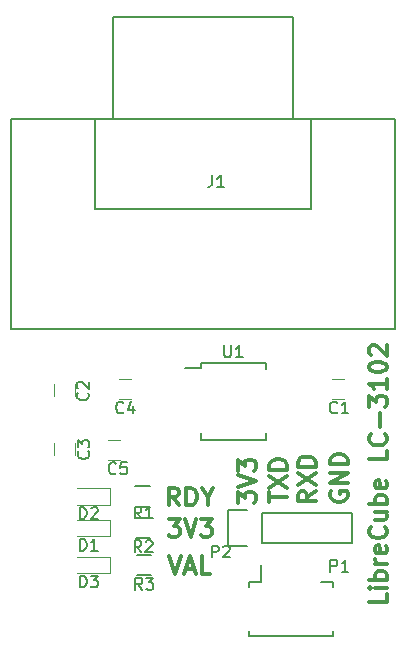
<source format=gbr>
G04 #@! TF.FileFunction,Legend,Top*
%FSLAX46Y46*%
G04 Gerber Fmt 4.6, Leading zero omitted, Abs format (unit mm)*
G04 Created by KiCad (PCBNEW 4.0.5) date 01/20/17 14:33:55*
%MOMM*%
%LPD*%
G01*
G04 APERTURE LIST*
%ADD10C,0.100000*%
%ADD11C,0.300000*%
%ADD12C,0.150000*%
%ADD13C,0.120000*%
G04 APERTURE END LIST*
D10*
D11*
X160095500Y-95249857D02*
X160024071Y-95392714D01*
X160024071Y-95607000D01*
X160095500Y-95821285D01*
X160238357Y-95964143D01*
X160381214Y-96035571D01*
X160666929Y-96107000D01*
X160881214Y-96107000D01*
X161166929Y-96035571D01*
X161309786Y-95964143D01*
X161452643Y-95821285D01*
X161524071Y-95607000D01*
X161524071Y-95464143D01*
X161452643Y-95249857D01*
X161381214Y-95178428D01*
X160881214Y-95178428D01*
X160881214Y-95464143D01*
X161524071Y-94535571D02*
X160024071Y-94535571D01*
X161524071Y-93678428D01*
X160024071Y-93678428D01*
X161524071Y-92964142D02*
X160024071Y-92964142D01*
X160024071Y-92606999D01*
X160095500Y-92392714D01*
X160238357Y-92249856D01*
X160381214Y-92178428D01*
X160666929Y-92106999D01*
X160881214Y-92106999D01*
X161166929Y-92178428D01*
X161309786Y-92249856D01*
X161452643Y-92392714D01*
X161524071Y-92606999D01*
X161524071Y-92964142D01*
X146395500Y-100715071D02*
X146895500Y-102215071D01*
X147395500Y-100715071D01*
X147824071Y-101786500D02*
X148538357Y-101786500D01*
X147681214Y-102215071D02*
X148181214Y-100715071D01*
X148681214Y-102215071D01*
X149895500Y-102215071D02*
X149181214Y-102215071D01*
X149181214Y-100715071D01*
X146351858Y-97603571D02*
X147280429Y-97603571D01*
X146780429Y-98175000D01*
X146994715Y-98175000D01*
X147137572Y-98246429D01*
X147209001Y-98317857D01*
X147280429Y-98460714D01*
X147280429Y-98817857D01*
X147209001Y-98960714D01*
X147137572Y-99032143D01*
X146994715Y-99103571D01*
X146566143Y-99103571D01*
X146423286Y-99032143D01*
X146351858Y-98960714D01*
X147709000Y-97603571D02*
X148209000Y-99103571D01*
X148709000Y-97603571D01*
X149066143Y-97603571D02*
X149994714Y-97603571D01*
X149494714Y-98175000D01*
X149709000Y-98175000D01*
X149851857Y-98246429D01*
X149923286Y-98317857D01*
X149994714Y-98460714D01*
X149994714Y-98817857D01*
X149923286Y-98960714D01*
X149851857Y-99032143D01*
X149709000Y-99103571D01*
X149280428Y-99103571D01*
X149137571Y-99032143D01*
X149066143Y-98960714D01*
X147216929Y-96436571D02*
X146716929Y-95722286D01*
X146359786Y-96436571D02*
X146359786Y-94936571D01*
X146931214Y-94936571D01*
X147074072Y-95008000D01*
X147145500Y-95079429D01*
X147216929Y-95222286D01*
X147216929Y-95436571D01*
X147145500Y-95579429D01*
X147074072Y-95650857D01*
X146931214Y-95722286D01*
X146359786Y-95722286D01*
X147859786Y-96436571D02*
X147859786Y-94936571D01*
X148216929Y-94936571D01*
X148431214Y-95008000D01*
X148574072Y-95150857D01*
X148645500Y-95293714D01*
X148716929Y-95579429D01*
X148716929Y-95793714D01*
X148645500Y-96079429D01*
X148574072Y-96222286D01*
X148431214Y-96365143D01*
X148216929Y-96436571D01*
X147859786Y-96436571D01*
X149645500Y-95722286D02*
X149645500Y-96436571D01*
X149145500Y-94936571D02*
X149645500Y-95722286D01*
X150145500Y-94936571D01*
X164826071Y-103932356D02*
X164826071Y-104646642D01*
X163326071Y-104646642D01*
X164826071Y-103432356D02*
X163826071Y-103432356D01*
X163326071Y-103432356D02*
X163397500Y-103503785D01*
X163468929Y-103432356D01*
X163397500Y-103360928D01*
X163326071Y-103432356D01*
X163468929Y-103432356D01*
X164826071Y-102718070D02*
X163326071Y-102718070D01*
X163897500Y-102718070D02*
X163826071Y-102575213D01*
X163826071Y-102289499D01*
X163897500Y-102146642D01*
X163968929Y-102075213D01*
X164111786Y-102003784D01*
X164540357Y-102003784D01*
X164683214Y-102075213D01*
X164754643Y-102146642D01*
X164826071Y-102289499D01*
X164826071Y-102575213D01*
X164754643Y-102718070D01*
X164826071Y-101360927D02*
X163826071Y-101360927D01*
X164111786Y-101360927D02*
X163968929Y-101289499D01*
X163897500Y-101218070D01*
X163826071Y-101075213D01*
X163826071Y-100932356D01*
X164754643Y-99860928D02*
X164826071Y-100003785D01*
X164826071Y-100289499D01*
X164754643Y-100432356D01*
X164611786Y-100503785D01*
X164040357Y-100503785D01*
X163897500Y-100432356D01*
X163826071Y-100289499D01*
X163826071Y-100003785D01*
X163897500Y-99860928D01*
X164040357Y-99789499D01*
X164183214Y-99789499D01*
X164326071Y-100503785D01*
X164683214Y-98289499D02*
X164754643Y-98360928D01*
X164826071Y-98575214D01*
X164826071Y-98718071D01*
X164754643Y-98932356D01*
X164611786Y-99075214D01*
X164468929Y-99146642D01*
X164183214Y-99218071D01*
X163968929Y-99218071D01*
X163683214Y-99146642D01*
X163540357Y-99075214D01*
X163397500Y-98932356D01*
X163326071Y-98718071D01*
X163326071Y-98575214D01*
X163397500Y-98360928D01*
X163468929Y-98289499D01*
X163826071Y-97003785D02*
X164826071Y-97003785D01*
X163826071Y-97646642D02*
X164611786Y-97646642D01*
X164754643Y-97575214D01*
X164826071Y-97432356D01*
X164826071Y-97218071D01*
X164754643Y-97075214D01*
X164683214Y-97003785D01*
X164826071Y-96289499D02*
X163326071Y-96289499D01*
X163897500Y-96289499D02*
X163826071Y-96146642D01*
X163826071Y-95860928D01*
X163897500Y-95718071D01*
X163968929Y-95646642D01*
X164111786Y-95575213D01*
X164540357Y-95575213D01*
X164683214Y-95646642D01*
X164754643Y-95718071D01*
X164826071Y-95860928D01*
X164826071Y-96146642D01*
X164754643Y-96289499D01*
X164754643Y-94360928D02*
X164826071Y-94503785D01*
X164826071Y-94789499D01*
X164754643Y-94932356D01*
X164611786Y-95003785D01*
X164040357Y-95003785D01*
X163897500Y-94932356D01*
X163826071Y-94789499D01*
X163826071Y-94503785D01*
X163897500Y-94360928D01*
X164040357Y-94289499D01*
X164183214Y-94289499D01*
X164326071Y-95003785D01*
X164826071Y-91789499D02*
X164826071Y-92503785D01*
X163326071Y-92503785D01*
X164683214Y-90432356D02*
X164754643Y-90503785D01*
X164826071Y-90718071D01*
X164826071Y-90860928D01*
X164754643Y-91075213D01*
X164611786Y-91218071D01*
X164468929Y-91289499D01*
X164183214Y-91360928D01*
X163968929Y-91360928D01*
X163683214Y-91289499D01*
X163540357Y-91218071D01*
X163397500Y-91075213D01*
X163326071Y-90860928D01*
X163326071Y-90718071D01*
X163397500Y-90503785D01*
X163468929Y-90432356D01*
X164254643Y-89789499D02*
X164254643Y-88646642D01*
X163326071Y-88075213D02*
X163326071Y-87146642D01*
X163897500Y-87646642D01*
X163897500Y-87432356D01*
X163968929Y-87289499D01*
X164040357Y-87218070D01*
X164183214Y-87146642D01*
X164540357Y-87146642D01*
X164683214Y-87218070D01*
X164754643Y-87289499D01*
X164826071Y-87432356D01*
X164826071Y-87860928D01*
X164754643Y-88003785D01*
X164683214Y-88075213D01*
X164826071Y-85718071D02*
X164826071Y-86575214D01*
X164826071Y-86146642D02*
X163326071Y-86146642D01*
X163540357Y-86289499D01*
X163683214Y-86432357D01*
X163754643Y-86575214D01*
X163326071Y-84789500D02*
X163326071Y-84646643D01*
X163397500Y-84503786D01*
X163468929Y-84432357D01*
X163611786Y-84360928D01*
X163897500Y-84289500D01*
X164254643Y-84289500D01*
X164540357Y-84360928D01*
X164683214Y-84432357D01*
X164754643Y-84503786D01*
X164826071Y-84646643D01*
X164826071Y-84789500D01*
X164754643Y-84932357D01*
X164683214Y-85003786D01*
X164540357Y-85075214D01*
X164254643Y-85146643D01*
X163897500Y-85146643D01*
X163611786Y-85075214D01*
X163468929Y-85003786D01*
X163397500Y-84932357D01*
X163326071Y-84789500D01*
X163468929Y-83718072D02*
X163397500Y-83646643D01*
X163326071Y-83503786D01*
X163326071Y-83146643D01*
X163397500Y-83003786D01*
X163468929Y-82932357D01*
X163611786Y-82860929D01*
X163754643Y-82860929D01*
X163968929Y-82932357D01*
X164826071Y-83789500D01*
X164826071Y-82860929D01*
X158793571Y-95233999D02*
X158079286Y-95733999D01*
X158793571Y-96091142D02*
X157293571Y-96091142D01*
X157293571Y-95519714D01*
X157365000Y-95376856D01*
X157436429Y-95305428D01*
X157579286Y-95233999D01*
X157793571Y-95233999D01*
X157936429Y-95305428D01*
X158007857Y-95376856D01*
X158079286Y-95519714D01*
X158079286Y-96091142D01*
X157293571Y-94733999D02*
X158793571Y-93733999D01*
X157293571Y-93733999D02*
X158793571Y-94733999D01*
X158793571Y-93162571D02*
X157293571Y-93162571D01*
X157293571Y-92805428D01*
X157365000Y-92591143D01*
X157507857Y-92448285D01*
X157650714Y-92376857D01*
X157936429Y-92305428D01*
X158150714Y-92305428D01*
X158436429Y-92376857D01*
X158579286Y-92448285D01*
X158722143Y-92591143D01*
X158793571Y-92805428D01*
X158793571Y-93162571D01*
X154880571Y-96190357D02*
X154880571Y-95333214D01*
X156380571Y-95761785D02*
X154880571Y-95761785D01*
X154880571Y-94976071D02*
X156380571Y-93976071D01*
X154880571Y-93976071D02*
X156380571Y-94976071D01*
X156380571Y-93404643D02*
X154880571Y-93404643D01*
X154880571Y-93047500D01*
X154952000Y-92833215D01*
X155094857Y-92690357D01*
X155237714Y-92618929D01*
X155523429Y-92547500D01*
X155737714Y-92547500D01*
X156023429Y-92618929D01*
X156166286Y-92690357D01*
X156309143Y-92833215D01*
X156380571Y-93047500D01*
X156380571Y-93404643D01*
X152213571Y-96218142D02*
X152213571Y-95289571D01*
X152785000Y-95789571D01*
X152785000Y-95575285D01*
X152856429Y-95432428D01*
X152927857Y-95360999D01*
X153070714Y-95289571D01*
X153427857Y-95289571D01*
X153570714Y-95360999D01*
X153642143Y-95432428D01*
X153713571Y-95575285D01*
X153713571Y-96003857D01*
X153642143Y-96146714D01*
X153570714Y-96218142D01*
X152213571Y-94861000D02*
X153713571Y-94361000D01*
X152213571Y-93861000D01*
X152213571Y-93503857D02*
X152213571Y-92575286D01*
X152785000Y-93075286D01*
X152785000Y-92861000D01*
X152856429Y-92718143D01*
X152927857Y-92646714D01*
X153070714Y-92575286D01*
X153427857Y-92575286D01*
X153570714Y-92646714D01*
X153642143Y-92718143D01*
X153713571Y-92861000D01*
X153713571Y-93289572D01*
X153642143Y-93432429D01*
X153570714Y-93503857D01*
D12*
X149053500Y-84355000D02*
X149053500Y-84830000D01*
X154603500Y-84355000D02*
X154603500Y-84930000D01*
X154603500Y-90905000D02*
X154603500Y-90330000D01*
X149053500Y-90905000D02*
X149053500Y-90330000D01*
X149053500Y-84355000D02*
X154603500Y-84355000D01*
X149053500Y-90905000D02*
X154603500Y-90905000D01*
X149053500Y-84830000D02*
X147778500Y-84830000D01*
D13*
X160218500Y-87464000D02*
X161218500Y-87464000D01*
X161218500Y-85764000D02*
X160218500Y-85764000D01*
X138391000Y-87177500D02*
X138391000Y-86177500D01*
X136691000Y-86177500D02*
X136691000Y-87177500D01*
X138391000Y-92130500D02*
X138391000Y-91130500D01*
X136691000Y-91130500D02*
X136691000Y-92130500D01*
X142184500Y-87464000D02*
X143184500Y-87464000D01*
X143184500Y-85764000D02*
X142184500Y-85764000D01*
X141232000Y-92607500D02*
X142232000Y-92607500D01*
X142232000Y-90907500D02*
X141232000Y-90907500D01*
X141373000Y-99061500D02*
X141373000Y-97661500D01*
X141373000Y-97661500D02*
X138573000Y-97661500D01*
X141373000Y-99061500D02*
X138573000Y-99061500D01*
X141373000Y-96394500D02*
X141373000Y-94994500D01*
X141373000Y-94994500D02*
X138573000Y-94994500D01*
X141373000Y-96394500D02*
X138573000Y-96394500D01*
X141373000Y-102173000D02*
X141373000Y-100773000D01*
X141373000Y-100773000D02*
X138573000Y-100773000D01*
X141373000Y-102173000D02*
X138573000Y-102173000D01*
D12*
X132969000Y-81470500D02*
X165481000Y-81470500D01*
X165481000Y-81470500D02*
X165481000Y-63690500D01*
X165481000Y-63690500D02*
X132969000Y-63690500D01*
X132969000Y-63690500D02*
X132969000Y-81470500D01*
X140081000Y-63690500D02*
X140081000Y-71310500D01*
X140081000Y-71310500D02*
X158369000Y-71310500D01*
X158369000Y-71310500D02*
X158369000Y-63690500D01*
X141605000Y-63690500D02*
X141605000Y-55054500D01*
X141605000Y-55054500D02*
X156845000Y-55054500D01*
X156845000Y-55054500D02*
X156845000Y-63690500D01*
X154241500Y-97091500D02*
X161861500Y-97091500D01*
X154241500Y-99631500D02*
X161861500Y-99631500D01*
X151421500Y-99911500D02*
X152971500Y-99911500D01*
X161861500Y-97091500D02*
X161861500Y-99631500D01*
X154241500Y-99631500D02*
X154241500Y-97091500D01*
X152971500Y-96811500D02*
X151421500Y-96811500D01*
X151421500Y-96811500D02*
X151421500Y-99911500D01*
X144808500Y-99236500D02*
X143608500Y-99236500D01*
X143608500Y-97486500D02*
X144808500Y-97486500D01*
X143545000Y-94819500D02*
X144745000Y-94819500D01*
X144745000Y-96569500D02*
X143545000Y-96569500D01*
X144872000Y-102348000D02*
X143672000Y-102348000D01*
X143672000Y-100598000D02*
X144872000Y-100598000D01*
X159293000Y-102959000D02*
X160243000Y-102959000D01*
X160243000Y-102959000D02*
X160243000Y-103359000D01*
X154143000Y-102959000D02*
X153193000Y-102959000D01*
X153193000Y-102959000D02*
X153193000Y-103359000D01*
X160243000Y-107059000D02*
X160243000Y-107459000D01*
X160243000Y-107459000D02*
X156718000Y-107459000D01*
X153193000Y-107059000D02*
X153193000Y-107459000D01*
X153193000Y-107459000D02*
X156718000Y-107459000D01*
X154143000Y-102959000D02*
X154143000Y-101459000D01*
X151066595Y-82882381D02*
X151066595Y-83691905D01*
X151114214Y-83787143D01*
X151161833Y-83834762D01*
X151257071Y-83882381D01*
X151447548Y-83882381D01*
X151542786Y-83834762D01*
X151590405Y-83787143D01*
X151638024Y-83691905D01*
X151638024Y-82882381D01*
X152638024Y-83882381D02*
X152066595Y-83882381D01*
X152352309Y-83882381D02*
X152352309Y-82882381D01*
X152257071Y-83025238D01*
X152161833Y-83120476D01*
X152066595Y-83168095D01*
X160615334Y-88558643D02*
X160567715Y-88606262D01*
X160424858Y-88653881D01*
X160329620Y-88653881D01*
X160186762Y-88606262D01*
X160091524Y-88511024D01*
X160043905Y-88415786D01*
X159996286Y-88225310D01*
X159996286Y-88082452D01*
X160043905Y-87891976D01*
X160091524Y-87796738D01*
X160186762Y-87701500D01*
X160329620Y-87653881D01*
X160424858Y-87653881D01*
X160567715Y-87701500D01*
X160615334Y-87749119D01*
X161567715Y-88653881D02*
X160996286Y-88653881D01*
X161282000Y-88653881D02*
X161282000Y-87653881D01*
X161186762Y-87796738D01*
X161091524Y-87891976D01*
X160996286Y-87939595D01*
X139485643Y-86907666D02*
X139533262Y-86955285D01*
X139580881Y-87098142D01*
X139580881Y-87193380D01*
X139533262Y-87336238D01*
X139438024Y-87431476D01*
X139342786Y-87479095D01*
X139152310Y-87526714D01*
X139009452Y-87526714D01*
X138818976Y-87479095D01*
X138723738Y-87431476D01*
X138628500Y-87336238D01*
X138580881Y-87193380D01*
X138580881Y-87098142D01*
X138628500Y-86955285D01*
X138676119Y-86907666D01*
X138676119Y-86526714D02*
X138628500Y-86479095D01*
X138580881Y-86383857D01*
X138580881Y-86145761D01*
X138628500Y-86050523D01*
X138676119Y-86002904D01*
X138771357Y-85955285D01*
X138866595Y-85955285D01*
X139009452Y-86002904D01*
X139580881Y-86574333D01*
X139580881Y-85955285D01*
X139549143Y-91860666D02*
X139596762Y-91908285D01*
X139644381Y-92051142D01*
X139644381Y-92146380D01*
X139596762Y-92289238D01*
X139501524Y-92384476D01*
X139406286Y-92432095D01*
X139215810Y-92479714D01*
X139072952Y-92479714D01*
X138882476Y-92432095D01*
X138787238Y-92384476D01*
X138692000Y-92289238D01*
X138644381Y-92146380D01*
X138644381Y-92051142D01*
X138692000Y-91908285D01*
X138739619Y-91860666D01*
X138644381Y-91527333D02*
X138644381Y-90908285D01*
X139025333Y-91241619D01*
X139025333Y-91098761D01*
X139072952Y-91003523D01*
X139120571Y-90955904D01*
X139215810Y-90908285D01*
X139453905Y-90908285D01*
X139549143Y-90955904D01*
X139596762Y-91003523D01*
X139644381Y-91098761D01*
X139644381Y-91384476D01*
X139596762Y-91479714D01*
X139549143Y-91527333D01*
X142517834Y-88558643D02*
X142470215Y-88606262D01*
X142327358Y-88653881D01*
X142232120Y-88653881D01*
X142089262Y-88606262D01*
X141994024Y-88511024D01*
X141946405Y-88415786D01*
X141898786Y-88225310D01*
X141898786Y-88082452D01*
X141946405Y-87891976D01*
X141994024Y-87796738D01*
X142089262Y-87701500D01*
X142232120Y-87653881D01*
X142327358Y-87653881D01*
X142470215Y-87701500D01*
X142517834Y-87749119D01*
X143374977Y-87987214D02*
X143374977Y-88653881D01*
X143136881Y-87606262D02*
X142898786Y-88320548D01*
X143517834Y-88320548D01*
X141882834Y-93702143D02*
X141835215Y-93749762D01*
X141692358Y-93797381D01*
X141597120Y-93797381D01*
X141454262Y-93749762D01*
X141359024Y-93654524D01*
X141311405Y-93559286D01*
X141263786Y-93368810D01*
X141263786Y-93225952D01*
X141311405Y-93035476D01*
X141359024Y-92940238D01*
X141454262Y-92845000D01*
X141597120Y-92797381D01*
X141692358Y-92797381D01*
X141835215Y-92845000D01*
X141882834Y-92892619D01*
X142787596Y-92797381D02*
X142311405Y-92797381D01*
X142263786Y-93273571D01*
X142311405Y-93225952D01*
X142406643Y-93178333D01*
X142644739Y-93178333D01*
X142739977Y-93225952D01*
X142787596Y-93273571D01*
X142835215Y-93368810D01*
X142835215Y-93606905D01*
X142787596Y-93702143D01*
X142739977Y-93749762D01*
X142644739Y-93797381D01*
X142406643Y-93797381D01*
X142311405Y-93749762D01*
X142263786Y-93702143D01*
X138834905Y-100263881D02*
X138834905Y-99263881D01*
X139073000Y-99263881D01*
X139215858Y-99311500D01*
X139311096Y-99406738D01*
X139358715Y-99501976D01*
X139406334Y-99692452D01*
X139406334Y-99835310D01*
X139358715Y-100025786D01*
X139311096Y-100121024D01*
X139215858Y-100216262D01*
X139073000Y-100263881D01*
X138834905Y-100263881D01*
X140358715Y-100263881D02*
X139787286Y-100263881D01*
X140073000Y-100263881D02*
X140073000Y-99263881D01*
X139977762Y-99406738D01*
X139882524Y-99501976D01*
X139787286Y-99549595D01*
X138834905Y-97596881D02*
X138834905Y-96596881D01*
X139073000Y-96596881D01*
X139215858Y-96644500D01*
X139311096Y-96739738D01*
X139358715Y-96834976D01*
X139406334Y-97025452D01*
X139406334Y-97168310D01*
X139358715Y-97358786D01*
X139311096Y-97454024D01*
X139215858Y-97549262D01*
X139073000Y-97596881D01*
X138834905Y-97596881D01*
X139787286Y-96692119D02*
X139834905Y-96644500D01*
X139930143Y-96596881D01*
X140168239Y-96596881D01*
X140263477Y-96644500D01*
X140311096Y-96692119D01*
X140358715Y-96787357D01*
X140358715Y-96882595D01*
X140311096Y-97025452D01*
X139739667Y-97596881D01*
X140358715Y-97596881D01*
X138834905Y-103385881D02*
X138834905Y-102385881D01*
X139073000Y-102385881D01*
X139215858Y-102433500D01*
X139311096Y-102528738D01*
X139358715Y-102623976D01*
X139406334Y-102814452D01*
X139406334Y-102957310D01*
X139358715Y-103147786D01*
X139311096Y-103243024D01*
X139215858Y-103338262D01*
X139073000Y-103385881D01*
X138834905Y-103385881D01*
X139739667Y-102385881D02*
X140358715Y-102385881D01*
X140025381Y-102766833D01*
X140168239Y-102766833D01*
X140263477Y-102814452D01*
X140311096Y-102862071D01*
X140358715Y-102957310D01*
X140358715Y-103195405D01*
X140311096Y-103290643D01*
X140263477Y-103338262D01*
X140168239Y-103385881D01*
X139882524Y-103385881D01*
X139787286Y-103338262D01*
X139739667Y-103290643D01*
X150034667Y-68476881D02*
X150034667Y-69191167D01*
X149987047Y-69334024D01*
X149891809Y-69429262D01*
X149748952Y-69476881D01*
X149653714Y-69476881D01*
X151034667Y-69476881D02*
X150463238Y-69476881D01*
X150748952Y-69476881D02*
X150748952Y-68476881D01*
X150653714Y-68619738D01*
X150558476Y-68714976D01*
X150463238Y-68762595D01*
X150010905Y-100845881D02*
X150010905Y-99845881D01*
X150391858Y-99845881D01*
X150487096Y-99893500D01*
X150534715Y-99941119D01*
X150582334Y-100036357D01*
X150582334Y-100179214D01*
X150534715Y-100274452D01*
X150487096Y-100322071D01*
X150391858Y-100369690D01*
X150010905Y-100369690D01*
X150963286Y-99941119D02*
X151010905Y-99893500D01*
X151106143Y-99845881D01*
X151344239Y-99845881D01*
X151439477Y-99893500D01*
X151487096Y-99941119D01*
X151534715Y-100036357D01*
X151534715Y-100131595D01*
X151487096Y-100274452D01*
X150915667Y-100845881D01*
X151534715Y-100845881D01*
X144041834Y-97543881D02*
X143708500Y-97067690D01*
X143470405Y-97543881D02*
X143470405Y-96543881D01*
X143851358Y-96543881D01*
X143946596Y-96591500D01*
X143994215Y-96639119D01*
X144041834Y-96734357D01*
X144041834Y-96877214D01*
X143994215Y-96972452D01*
X143946596Y-97020071D01*
X143851358Y-97067690D01*
X143470405Y-97067690D01*
X144994215Y-97543881D02*
X144422786Y-97543881D01*
X144708500Y-97543881D02*
X144708500Y-96543881D01*
X144613262Y-96686738D01*
X144518024Y-96781976D01*
X144422786Y-96829595D01*
X144041834Y-100401381D02*
X143708500Y-99925190D01*
X143470405Y-100401381D02*
X143470405Y-99401381D01*
X143851358Y-99401381D01*
X143946596Y-99449000D01*
X143994215Y-99496619D01*
X144041834Y-99591857D01*
X144041834Y-99734714D01*
X143994215Y-99829952D01*
X143946596Y-99877571D01*
X143851358Y-99925190D01*
X143470405Y-99925190D01*
X144422786Y-99496619D02*
X144470405Y-99449000D01*
X144565643Y-99401381D01*
X144803739Y-99401381D01*
X144898977Y-99449000D01*
X144946596Y-99496619D01*
X144994215Y-99591857D01*
X144994215Y-99687095D01*
X144946596Y-99829952D01*
X144375167Y-100401381D01*
X144994215Y-100401381D01*
X144105334Y-103576381D02*
X143772000Y-103100190D01*
X143533905Y-103576381D02*
X143533905Y-102576381D01*
X143914858Y-102576381D01*
X144010096Y-102624000D01*
X144057715Y-102671619D01*
X144105334Y-102766857D01*
X144105334Y-102909714D01*
X144057715Y-103004952D01*
X144010096Y-103052571D01*
X143914858Y-103100190D01*
X143533905Y-103100190D01*
X144438667Y-102576381D02*
X145057715Y-102576381D01*
X144724381Y-102957333D01*
X144867239Y-102957333D01*
X144962477Y-103004952D01*
X145010096Y-103052571D01*
X145057715Y-103147810D01*
X145057715Y-103385905D01*
X145010096Y-103481143D01*
X144962477Y-103528762D01*
X144867239Y-103576381D01*
X144581524Y-103576381D01*
X144486286Y-103528762D01*
X144438667Y-103481143D01*
X160043905Y-102052381D02*
X160043905Y-101052381D01*
X160424858Y-101052381D01*
X160520096Y-101100000D01*
X160567715Y-101147619D01*
X160615334Y-101242857D01*
X160615334Y-101385714D01*
X160567715Y-101480952D01*
X160520096Y-101528571D01*
X160424858Y-101576190D01*
X160043905Y-101576190D01*
X161567715Y-102052381D02*
X160996286Y-102052381D01*
X161282000Y-102052381D02*
X161282000Y-101052381D01*
X161186762Y-101195238D01*
X161091524Y-101290476D01*
X160996286Y-101338095D01*
M02*

</source>
